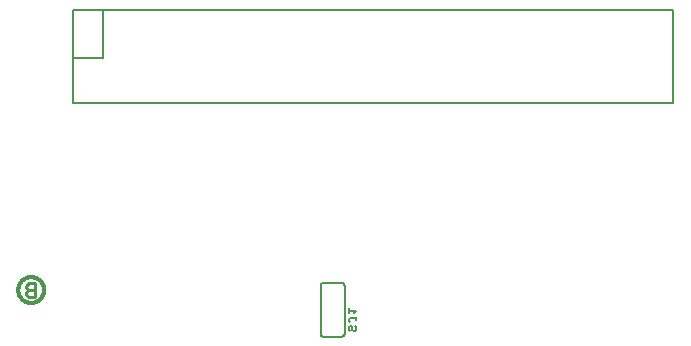
<source format=gbr>
G04 EAGLE Gerber RS-274X export*
G75*
%MOMM*%
%FSLAX34Y34*%
%LPD*%
%INSilkscreen Bottom*%
%IPPOS*%
%AMOC8*
5,1,8,0,0,1.08239X$1,22.5*%
G01*
%ADD10C,0.203200*%
%ADD11C,0.304800*%
%ADD12C,0.279400*%
%ADD13C,0.152400*%


D10*
X71120Y304800D02*
X71120Y264160D01*
X71120Y226060D01*
X579120Y226060D01*
X579120Y304800D02*
X96520Y304800D01*
X71120Y304800D01*
X579120Y304800D02*
X579120Y226060D01*
X96520Y264160D02*
X71120Y264160D01*
X96520Y264160D02*
X96520Y304800D01*
D11*
X24636Y67310D02*
X24639Y67578D01*
X24649Y67846D01*
X24666Y68114D01*
X24689Y68381D01*
X24718Y68647D01*
X24754Y68913D01*
X24797Y69178D01*
X24846Y69441D01*
X24901Y69703D01*
X24963Y69964D01*
X25032Y70224D01*
X25106Y70481D01*
X25187Y70737D01*
X25275Y70990D01*
X25368Y71241D01*
X25468Y71490D01*
X25573Y71737D01*
X25685Y71981D01*
X25802Y72222D01*
X25926Y72460D01*
X26055Y72694D01*
X26190Y72926D01*
X26331Y73154D01*
X26477Y73379D01*
X26629Y73600D01*
X26786Y73817D01*
X26948Y74031D01*
X27116Y74240D01*
X27288Y74445D01*
X27466Y74646D01*
X27648Y74843D01*
X27836Y75034D01*
X28027Y75222D01*
X28224Y75404D01*
X28425Y75582D01*
X28630Y75754D01*
X28839Y75922D01*
X29053Y76084D01*
X29270Y76241D01*
X29491Y76393D01*
X29716Y76539D01*
X29944Y76680D01*
X30176Y76815D01*
X30410Y76944D01*
X30648Y77068D01*
X30889Y77185D01*
X31133Y77297D01*
X31380Y77402D01*
X31629Y77502D01*
X31880Y77595D01*
X32133Y77683D01*
X32389Y77764D01*
X32646Y77838D01*
X32906Y77907D01*
X33167Y77969D01*
X33429Y78024D01*
X33692Y78073D01*
X33957Y78116D01*
X34223Y78152D01*
X34489Y78181D01*
X34756Y78204D01*
X35024Y78221D01*
X35292Y78231D01*
X35560Y78234D01*
X35828Y78231D01*
X36096Y78221D01*
X36364Y78204D01*
X36631Y78181D01*
X36897Y78152D01*
X37163Y78116D01*
X37428Y78073D01*
X37691Y78024D01*
X37953Y77969D01*
X38214Y77907D01*
X38474Y77838D01*
X38731Y77764D01*
X38987Y77683D01*
X39240Y77595D01*
X39491Y77502D01*
X39740Y77402D01*
X39987Y77297D01*
X40231Y77185D01*
X40472Y77068D01*
X40710Y76944D01*
X40944Y76815D01*
X41176Y76680D01*
X41404Y76539D01*
X41629Y76393D01*
X41850Y76241D01*
X42067Y76084D01*
X42281Y75922D01*
X42490Y75754D01*
X42695Y75582D01*
X42896Y75404D01*
X43093Y75222D01*
X43284Y75034D01*
X43472Y74843D01*
X43654Y74646D01*
X43832Y74445D01*
X44004Y74240D01*
X44172Y74031D01*
X44334Y73817D01*
X44491Y73600D01*
X44643Y73379D01*
X44789Y73154D01*
X44930Y72926D01*
X45065Y72694D01*
X45194Y72460D01*
X45318Y72222D01*
X45435Y71981D01*
X45547Y71737D01*
X45652Y71490D01*
X45752Y71241D01*
X45845Y70990D01*
X45933Y70737D01*
X46014Y70481D01*
X46088Y70224D01*
X46157Y69964D01*
X46219Y69703D01*
X46274Y69441D01*
X46323Y69178D01*
X46366Y68913D01*
X46402Y68647D01*
X46431Y68381D01*
X46454Y68114D01*
X46471Y67846D01*
X46481Y67578D01*
X46484Y67310D01*
X46481Y67042D01*
X46471Y66774D01*
X46454Y66506D01*
X46431Y66239D01*
X46402Y65973D01*
X46366Y65707D01*
X46323Y65442D01*
X46274Y65179D01*
X46219Y64917D01*
X46157Y64656D01*
X46088Y64396D01*
X46014Y64139D01*
X45933Y63883D01*
X45845Y63630D01*
X45752Y63379D01*
X45652Y63130D01*
X45547Y62883D01*
X45435Y62639D01*
X45318Y62398D01*
X45194Y62160D01*
X45065Y61926D01*
X44930Y61694D01*
X44789Y61466D01*
X44643Y61241D01*
X44491Y61020D01*
X44334Y60803D01*
X44172Y60589D01*
X44004Y60380D01*
X43832Y60175D01*
X43654Y59974D01*
X43472Y59777D01*
X43284Y59586D01*
X43093Y59398D01*
X42896Y59216D01*
X42695Y59038D01*
X42490Y58866D01*
X42281Y58698D01*
X42067Y58536D01*
X41850Y58379D01*
X41629Y58227D01*
X41404Y58081D01*
X41176Y57940D01*
X40944Y57805D01*
X40710Y57676D01*
X40472Y57552D01*
X40231Y57435D01*
X39987Y57323D01*
X39740Y57218D01*
X39491Y57118D01*
X39240Y57025D01*
X38987Y56937D01*
X38731Y56856D01*
X38474Y56782D01*
X38214Y56713D01*
X37953Y56651D01*
X37691Y56596D01*
X37428Y56547D01*
X37163Y56504D01*
X36897Y56468D01*
X36631Y56439D01*
X36364Y56416D01*
X36096Y56399D01*
X35828Y56389D01*
X35560Y56386D01*
X35292Y56389D01*
X35024Y56399D01*
X34756Y56416D01*
X34489Y56439D01*
X34223Y56468D01*
X33957Y56504D01*
X33692Y56547D01*
X33429Y56596D01*
X33167Y56651D01*
X32906Y56713D01*
X32646Y56782D01*
X32389Y56856D01*
X32133Y56937D01*
X31880Y57025D01*
X31629Y57118D01*
X31380Y57218D01*
X31133Y57323D01*
X30889Y57435D01*
X30648Y57552D01*
X30410Y57676D01*
X30176Y57805D01*
X29944Y57940D01*
X29716Y58081D01*
X29491Y58227D01*
X29270Y58379D01*
X29053Y58536D01*
X28839Y58698D01*
X28630Y58866D01*
X28425Y59038D01*
X28224Y59216D01*
X28027Y59398D01*
X27836Y59586D01*
X27648Y59777D01*
X27466Y59974D01*
X27288Y60175D01*
X27116Y60380D01*
X26948Y60589D01*
X26786Y60803D01*
X26629Y61020D01*
X26477Y61241D01*
X26331Y61466D01*
X26190Y61694D01*
X26055Y61926D01*
X25926Y62160D01*
X25802Y62398D01*
X25685Y62639D01*
X25573Y62883D01*
X25468Y63130D01*
X25368Y63379D01*
X25275Y63630D01*
X25187Y63883D01*
X25106Y64139D01*
X25032Y64396D01*
X24963Y64656D01*
X24901Y64917D01*
X24846Y65179D01*
X24797Y65442D01*
X24754Y65707D01*
X24718Y65973D01*
X24689Y66239D01*
X24666Y66506D01*
X24649Y66774D01*
X24639Y67042D01*
X24636Y67310D01*
D12*
X39218Y73002D02*
X39218Y61562D01*
X39218Y73002D02*
X33498Y73002D01*
X31592Y71095D01*
X31592Y69189D01*
X33498Y67282D01*
X31592Y65375D01*
X31592Y63469D01*
X33498Y61562D01*
X39218Y61562D01*
X39218Y67282D02*
X33498Y67282D01*
D10*
X280670Y71120D02*
X280670Y30480D01*
X300990Y71120D02*
X300988Y71220D01*
X300982Y71319D01*
X300972Y71419D01*
X300959Y71517D01*
X300941Y71616D01*
X300920Y71713D01*
X300895Y71809D01*
X300866Y71905D01*
X300833Y71999D01*
X300797Y72092D01*
X300757Y72183D01*
X300713Y72273D01*
X300666Y72361D01*
X300616Y72447D01*
X300562Y72531D01*
X300505Y72613D01*
X300445Y72692D01*
X300381Y72770D01*
X300315Y72844D01*
X300246Y72916D01*
X300174Y72985D01*
X300100Y73051D01*
X300022Y73115D01*
X299943Y73175D01*
X299861Y73232D01*
X299777Y73286D01*
X299691Y73336D01*
X299603Y73383D01*
X299513Y73427D01*
X299422Y73467D01*
X299329Y73503D01*
X299235Y73536D01*
X299139Y73565D01*
X299043Y73590D01*
X298946Y73611D01*
X298847Y73629D01*
X298749Y73642D01*
X298649Y73652D01*
X298550Y73658D01*
X298450Y73660D01*
X300990Y30480D02*
X300988Y30380D01*
X300982Y30281D01*
X300972Y30181D01*
X300959Y30083D01*
X300941Y29984D01*
X300920Y29887D01*
X300895Y29791D01*
X300866Y29695D01*
X300833Y29601D01*
X300797Y29508D01*
X300757Y29417D01*
X300713Y29327D01*
X300666Y29239D01*
X300616Y29153D01*
X300562Y29069D01*
X300505Y28987D01*
X300445Y28908D01*
X300381Y28830D01*
X300315Y28756D01*
X300246Y28684D01*
X300174Y28615D01*
X300100Y28549D01*
X300022Y28485D01*
X299943Y28425D01*
X299861Y28368D01*
X299777Y28314D01*
X299691Y28264D01*
X299603Y28217D01*
X299513Y28173D01*
X299422Y28133D01*
X299329Y28097D01*
X299235Y28064D01*
X299139Y28035D01*
X299043Y28010D01*
X298946Y27989D01*
X298847Y27971D01*
X298749Y27958D01*
X298649Y27948D01*
X298550Y27942D01*
X298450Y27940D01*
X283210Y27940D02*
X283110Y27942D01*
X283011Y27948D01*
X282911Y27958D01*
X282813Y27971D01*
X282714Y27989D01*
X282617Y28010D01*
X282521Y28035D01*
X282425Y28064D01*
X282331Y28097D01*
X282238Y28133D01*
X282147Y28173D01*
X282057Y28217D01*
X281969Y28264D01*
X281883Y28314D01*
X281799Y28368D01*
X281717Y28425D01*
X281638Y28485D01*
X281560Y28549D01*
X281486Y28615D01*
X281414Y28684D01*
X281345Y28756D01*
X281279Y28830D01*
X281215Y28908D01*
X281155Y28987D01*
X281098Y29069D01*
X281044Y29153D01*
X280994Y29239D01*
X280947Y29327D01*
X280903Y29417D01*
X280863Y29508D01*
X280827Y29601D01*
X280794Y29695D01*
X280765Y29791D01*
X280740Y29887D01*
X280719Y29984D01*
X280701Y30083D01*
X280688Y30181D01*
X280678Y30281D01*
X280672Y30380D01*
X280670Y30480D01*
X280670Y71120D02*
X280672Y71220D01*
X280678Y71319D01*
X280688Y71419D01*
X280701Y71517D01*
X280719Y71616D01*
X280740Y71713D01*
X280765Y71809D01*
X280794Y71905D01*
X280827Y71999D01*
X280863Y72092D01*
X280903Y72183D01*
X280947Y72273D01*
X280994Y72361D01*
X281044Y72447D01*
X281098Y72531D01*
X281155Y72613D01*
X281215Y72692D01*
X281279Y72770D01*
X281345Y72844D01*
X281414Y72916D01*
X281486Y72985D01*
X281560Y73051D01*
X281638Y73115D01*
X281717Y73175D01*
X281799Y73232D01*
X281883Y73286D01*
X281969Y73336D01*
X282057Y73383D01*
X282147Y73427D01*
X282238Y73467D01*
X282331Y73503D01*
X282425Y73536D01*
X282521Y73565D01*
X282617Y73590D01*
X282714Y73611D01*
X282813Y73629D01*
X282911Y73642D01*
X283011Y73652D01*
X283110Y73658D01*
X283210Y73660D01*
X298450Y73660D01*
X298450Y27940D02*
X283210Y27940D01*
X300990Y30480D02*
X300990Y71120D01*
D13*
X309800Y36918D02*
X310902Y35817D01*
X310902Y33614D01*
X309800Y32512D01*
X308698Y32512D01*
X307597Y33614D01*
X307597Y35817D01*
X306495Y36918D01*
X305394Y36918D01*
X304292Y35817D01*
X304292Y33614D01*
X305394Y32512D01*
X305394Y39996D02*
X304292Y41098D01*
X304292Y42199D01*
X305394Y43301D01*
X310902Y43301D01*
X310902Y42199D02*
X310902Y44403D01*
X308698Y47480D02*
X310902Y49684D01*
X304292Y49684D01*
X304292Y51887D02*
X304292Y47480D01*
M02*

</source>
